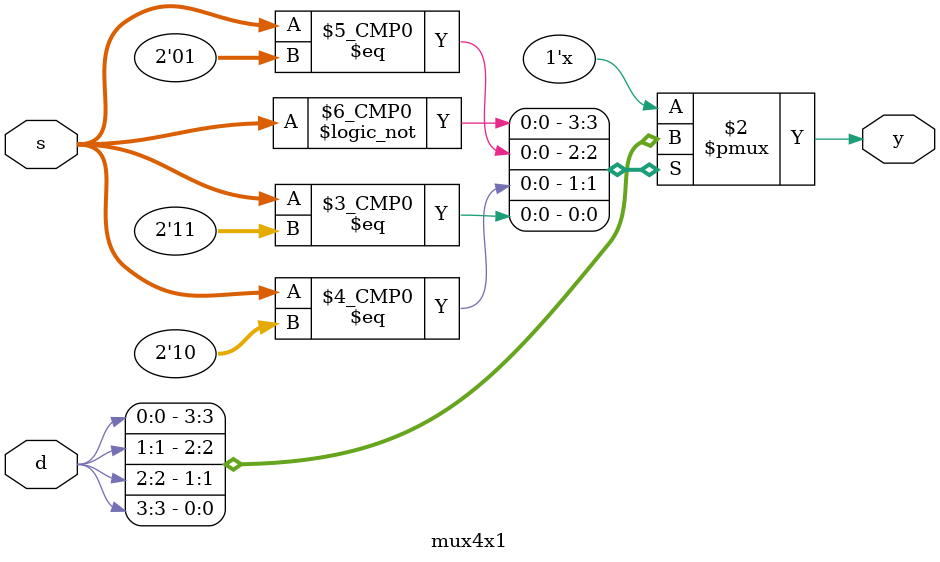
<source format=v>
module mux4x1(
    input  wire [3:0] d,
    input  wire [1:0] s,
    output reg  y
);

always @(*) begin
    case (s)
        2'b00: y = d[0];
        2'b01: y = d[1];
        2'b10: y = d[2];
        2'b11: y = d[3];
    endcase
end

endmodule

</source>
